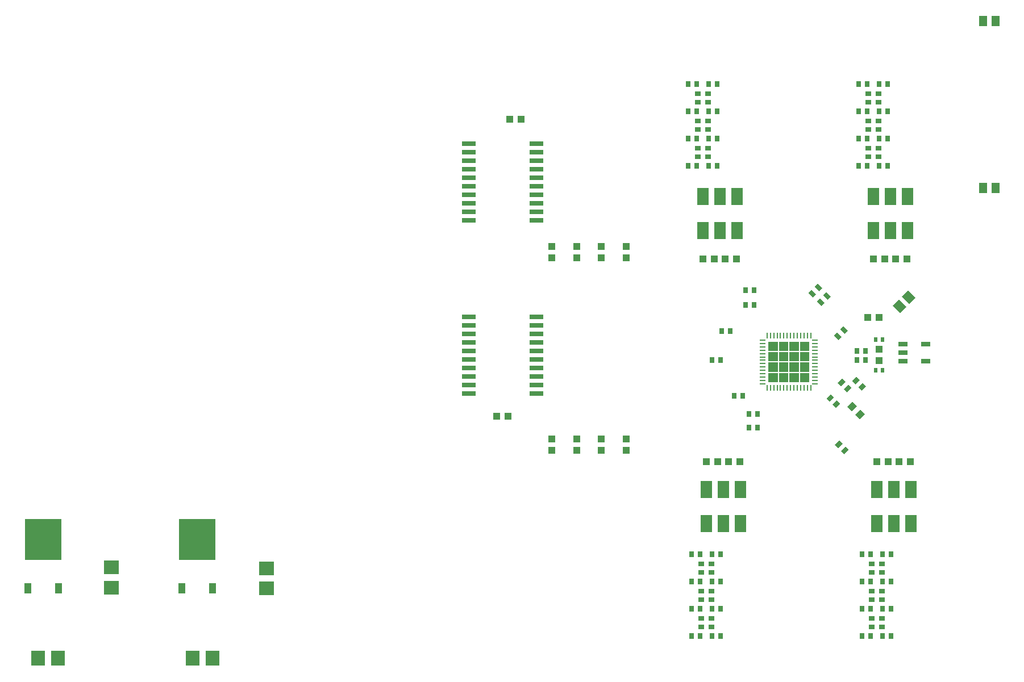
<source format=gbr>
G04 EAGLE Gerber RS-274X export*
G75*
%MOMM*%
%FSLAX34Y34*%
%LPD*%
%INSolderpaste Top*%
%IPPOS*%
%AMOC8*
5,1,8,0,0,1.08239X$1,22.5*%
G01*
%ADD10R,0.700000X0.900000*%
%ADD11R,1.300000X1.500000*%
%ADD12R,0.900000X0.700000*%
%ADD13R,1.397000X0.762000*%
%ADD14R,1.000000X1.100000*%
%ADD15R,1.100000X1.000000*%
%ADD16R,0.600000X0.700000*%
%ADD17R,1.651000X2.540000*%
%ADD18R,2.032000X0.660400*%
%ADD19R,0.203200X0.812800*%
%ADD20R,0.812800X0.203200*%
%ADD21R,5.400000X6.200000*%
%ADD22R,1.000000X1.600000*%
%ADD23R,2.000000X2.200000*%
%ADD24R,2.200000X2.000000*%

G36*
X1319294Y585456D02*
X1319294Y585456D01*
X1319296Y585455D01*
X1319339Y585475D01*
X1319383Y585493D01*
X1319383Y585495D01*
X1319385Y585496D01*
X1319418Y585581D01*
X1319418Y599202D01*
X1319417Y599204D01*
X1319418Y599206D01*
X1319398Y599249D01*
X1319380Y599293D01*
X1319378Y599293D01*
X1319377Y599295D01*
X1319292Y599328D01*
X1305671Y599328D01*
X1305669Y599327D01*
X1305667Y599328D01*
X1305624Y599308D01*
X1305580Y599290D01*
X1305580Y599288D01*
X1305578Y599287D01*
X1305545Y599202D01*
X1305545Y585581D01*
X1305546Y585579D01*
X1305545Y585577D01*
X1305565Y585534D01*
X1305583Y585490D01*
X1305585Y585490D01*
X1305586Y585488D01*
X1305671Y585455D01*
X1319292Y585455D01*
X1319294Y585456D01*
G37*
G36*
X1303673Y585456D02*
X1303673Y585456D01*
X1303675Y585455D01*
X1303718Y585475D01*
X1303762Y585493D01*
X1303762Y585495D01*
X1303764Y585496D01*
X1303797Y585581D01*
X1303797Y599202D01*
X1303796Y599204D01*
X1303797Y599206D01*
X1303777Y599249D01*
X1303759Y599293D01*
X1303757Y599293D01*
X1303756Y599295D01*
X1303671Y599328D01*
X1290050Y599328D01*
X1290048Y599327D01*
X1290046Y599328D01*
X1290003Y599308D01*
X1289959Y599290D01*
X1289959Y599288D01*
X1289957Y599287D01*
X1289924Y599202D01*
X1289924Y585581D01*
X1289925Y585579D01*
X1289924Y585577D01*
X1289944Y585534D01*
X1289962Y585490D01*
X1289964Y585490D01*
X1289965Y585488D01*
X1290050Y585455D01*
X1303671Y585455D01*
X1303673Y585456D01*
G37*
G36*
X1288052Y585456D02*
X1288052Y585456D01*
X1288054Y585455D01*
X1288097Y585475D01*
X1288141Y585493D01*
X1288141Y585495D01*
X1288143Y585496D01*
X1288176Y585581D01*
X1288176Y599202D01*
X1288175Y599204D01*
X1288176Y599206D01*
X1288156Y599249D01*
X1288138Y599293D01*
X1288136Y599293D01*
X1288135Y599295D01*
X1288050Y599328D01*
X1274429Y599328D01*
X1274427Y599327D01*
X1274425Y599328D01*
X1274382Y599308D01*
X1274338Y599290D01*
X1274338Y599288D01*
X1274336Y599287D01*
X1274303Y599202D01*
X1274303Y585581D01*
X1274304Y585579D01*
X1274303Y585577D01*
X1274323Y585534D01*
X1274341Y585490D01*
X1274343Y585490D01*
X1274344Y585488D01*
X1274429Y585455D01*
X1288050Y585455D01*
X1288052Y585456D01*
G37*
G36*
X1272431Y585456D02*
X1272431Y585456D01*
X1272433Y585455D01*
X1272476Y585475D01*
X1272520Y585493D01*
X1272520Y585495D01*
X1272522Y585496D01*
X1272555Y585581D01*
X1272555Y599202D01*
X1272554Y599204D01*
X1272555Y599206D01*
X1272535Y599249D01*
X1272517Y599293D01*
X1272515Y599293D01*
X1272514Y599295D01*
X1272429Y599328D01*
X1258808Y599328D01*
X1258806Y599327D01*
X1258804Y599328D01*
X1258761Y599308D01*
X1258717Y599290D01*
X1258717Y599288D01*
X1258715Y599287D01*
X1258682Y599202D01*
X1258682Y585581D01*
X1258683Y585579D01*
X1258682Y585577D01*
X1258702Y585534D01*
X1258720Y585490D01*
X1258722Y585490D01*
X1258723Y585488D01*
X1258808Y585455D01*
X1272429Y585455D01*
X1272431Y585456D01*
G37*
G36*
X1319294Y569835D02*
X1319294Y569835D01*
X1319296Y569834D01*
X1319339Y569854D01*
X1319383Y569872D01*
X1319383Y569874D01*
X1319385Y569875D01*
X1319418Y569960D01*
X1319418Y583581D01*
X1319417Y583583D01*
X1319418Y583585D01*
X1319398Y583628D01*
X1319380Y583672D01*
X1319378Y583672D01*
X1319377Y583674D01*
X1319292Y583707D01*
X1305671Y583707D01*
X1305669Y583706D01*
X1305667Y583707D01*
X1305624Y583687D01*
X1305580Y583669D01*
X1305580Y583667D01*
X1305578Y583666D01*
X1305545Y583581D01*
X1305545Y569960D01*
X1305546Y569958D01*
X1305545Y569956D01*
X1305565Y569913D01*
X1305583Y569869D01*
X1305585Y569869D01*
X1305586Y569867D01*
X1305671Y569834D01*
X1319292Y569834D01*
X1319294Y569835D01*
G37*
G36*
X1272431Y569835D02*
X1272431Y569835D01*
X1272433Y569834D01*
X1272476Y569854D01*
X1272520Y569872D01*
X1272520Y569874D01*
X1272522Y569875D01*
X1272555Y569960D01*
X1272555Y583581D01*
X1272554Y583583D01*
X1272555Y583585D01*
X1272535Y583628D01*
X1272517Y583672D01*
X1272515Y583672D01*
X1272514Y583674D01*
X1272429Y583707D01*
X1258808Y583707D01*
X1258806Y583706D01*
X1258804Y583707D01*
X1258761Y583687D01*
X1258717Y583669D01*
X1258717Y583667D01*
X1258715Y583666D01*
X1258682Y583581D01*
X1258682Y569960D01*
X1258683Y569958D01*
X1258682Y569956D01*
X1258702Y569913D01*
X1258720Y569869D01*
X1258722Y569869D01*
X1258723Y569867D01*
X1258808Y569834D01*
X1272429Y569834D01*
X1272431Y569835D01*
G37*
G36*
X1288052Y569835D02*
X1288052Y569835D01*
X1288054Y569834D01*
X1288097Y569854D01*
X1288141Y569872D01*
X1288141Y569874D01*
X1288143Y569875D01*
X1288176Y569960D01*
X1288176Y583581D01*
X1288175Y583583D01*
X1288176Y583585D01*
X1288156Y583628D01*
X1288138Y583672D01*
X1288136Y583672D01*
X1288135Y583674D01*
X1288050Y583707D01*
X1274429Y583707D01*
X1274427Y583706D01*
X1274425Y583707D01*
X1274382Y583687D01*
X1274338Y583669D01*
X1274338Y583667D01*
X1274336Y583666D01*
X1274303Y583581D01*
X1274303Y569960D01*
X1274304Y569958D01*
X1274303Y569956D01*
X1274323Y569913D01*
X1274341Y569869D01*
X1274343Y569869D01*
X1274344Y569867D01*
X1274429Y569834D01*
X1288050Y569834D01*
X1288052Y569835D01*
G37*
G36*
X1303673Y569835D02*
X1303673Y569835D01*
X1303675Y569834D01*
X1303718Y569854D01*
X1303762Y569872D01*
X1303762Y569874D01*
X1303764Y569875D01*
X1303797Y569960D01*
X1303797Y583581D01*
X1303796Y583583D01*
X1303797Y583585D01*
X1303777Y583628D01*
X1303759Y583672D01*
X1303757Y583672D01*
X1303756Y583674D01*
X1303671Y583707D01*
X1290050Y583707D01*
X1290048Y583706D01*
X1290046Y583707D01*
X1290003Y583687D01*
X1289959Y583669D01*
X1289959Y583667D01*
X1289957Y583666D01*
X1289924Y583581D01*
X1289924Y569960D01*
X1289925Y569958D01*
X1289924Y569956D01*
X1289944Y569913D01*
X1289962Y569869D01*
X1289964Y569869D01*
X1289965Y569867D01*
X1290050Y569834D01*
X1303671Y569834D01*
X1303673Y569835D01*
G37*
G36*
X1272431Y554214D02*
X1272431Y554214D01*
X1272433Y554213D01*
X1272476Y554233D01*
X1272520Y554251D01*
X1272520Y554253D01*
X1272522Y554254D01*
X1272555Y554339D01*
X1272555Y567960D01*
X1272554Y567962D01*
X1272555Y567964D01*
X1272535Y568007D01*
X1272517Y568051D01*
X1272515Y568051D01*
X1272514Y568053D01*
X1272429Y568086D01*
X1258808Y568086D01*
X1258806Y568085D01*
X1258804Y568086D01*
X1258761Y568066D01*
X1258717Y568048D01*
X1258717Y568046D01*
X1258715Y568045D01*
X1258682Y567960D01*
X1258682Y554339D01*
X1258683Y554337D01*
X1258682Y554335D01*
X1258702Y554292D01*
X1258720Y554248D01*
X1258722Y554248D01*
X1258723Y554246D01*
X1258808Y554213D01*
X1272429Y554213D01*
X1272431Y554214D01*
G37*
G36*
X1303673Y554214D02*
X1303673Y554214D01*
X1303675Y554213D01*
X1303718Y554233D01*
X1303762Y554251D01*
X1303762Y554253D01*
X1303764Y554254D01*
X1303797Y554339D01*
X1303797Y567960D01*
X1303796Y567962D01*
X1303797Y567964D01*
X1303777Y568007D01*
X1303759Y568051D01*
X1303757Y568051D01*
X1303756Y568053D01*
X1303671Y568086D01*
X1290050Y568086D01*
X1290048Y568085D01*
X1290046Y568086D01*
X1290003Y568066D01*
X1289959Y568048D01*
X1289959Y568046D01*
X1289957Y568045D01*
X1289924Y567960D01*
X1289924Y554339D01*
X1289925Y554337D01*
X1289924Y554335D01*
X1289944Y554292D01*
X1289962Y554248D01*
X1289964Y554248D01*
X1289965Y554246D01*
X1290050Y554213D01*
X1303671Y554213D01*
X1303673Y554214D01*
G37*
G36*
X1319294Y554214D02*
X1319294Y554214D01*
X1319296Y554213D01*
X1319339Y554233D01*
X1319383Y554251D01*
X1319383Y554253D01*
X1319385Y554254D01*
X1319418Y554339D01*
X1319418Y567960D01*
X1319417Y567962D01*
X1319418Y567964D01*
X1319398Y568007D01*
X1319380Y568051D01*
X1319378Y568051D01*
X1319377Y568053D01*
X1319292Y568086D01*
X1305671Y568086D01*
X1305669Y568085D01*
X1305667Y568086D01*
X1305624Y568066D01*
X1305580Y568048D01*
X1305580Y568046D01*
X1305578Y568045D01*
X1305545Y567960D01*
X1305545Y554339D01*
X1305546Y554337D01*
X1305545Y554335D01*
X1305565Y554292D01*
X1305583Y554248D01*
X1305585Y554248D01*
X1305586Y554246D01*
X1305671Y554213D01*
X1319292Y554213D01*
X1319294Y554214D01*
G37*
G36*
X1288052Y554214D02*
X1288052Y554214D01*
X1288054Y554213D01*
X1288097Y554233D01*
X1288141Y554251D01*
X1288141Y554253D01*
X1288143Y554254D01*
X1288176Y554339D01*
X1288176Y567960D01*
X1288175Y567962D01*
X1288176Y567964D01*
X1288156Y568007D01*
X1288138Y568051D01*
X1288136Y568051D01*
X1288135Y568053D01*
X1288050Y568086D01*
X1274429Y568086D01*
X1274427Y568085D01*
X1274425Y568086D01*
X1274382Y568066D01*
X1274338Y568048D01*
X1274338Y568046D01*
X1274336Y568045D01*
X1274303Y567960D01*
X1274303Y554339D01*
X1274304Y554337D01*
X1274303Y554335D01*
X1274323Y554292D01*
X1274341Y554248D01*
X1274343Y554248D01*
X1274344Y554246D01*
X1274429Y554213D01*
X1288050Y554213D01*
X1288052Y554214D01*
G37*
G36*
X1319294Y538593D02*
X1319294Y538593D01*
X1319296Y538592D01*
X1319339Y538612D01*
X1319383Y538630D01*
X1319383Y538632D01*
X1319385Y538633D01*
X1319418Y538718D01*
X1319418Y552339D01*
X1319417Y552341D01*
X1319418Y552343D01*
X1319398Y552386D01*
X1319380Y552430D01*
X1319378Y552430D01*
X1319377Y552432D01*
X1319292Y552465D01*
X1305671Y552465D01*
X1305669Y552464D01*
X1305667Y552465D01*
X1305624Y552445D01*
X1305580Y552427D01*
X1305580Y552425D01*
X1305578Y552424D01*
X1305545Y552339D01*
X1305545Y538718D01*
X1305546Y538716D01*
X1305545Y538714D01*
X1305565Y538671D01*
X1305583Y538627D01*
X1305585Y538627D01*
X1305586Y538625D01*
X1305671Y538592D01*
X1319292Y538592D01*
X1319294Y538593D01*
G37*
G36*
X1303673Y538593D02*
X1303673Y538593D01*
X1303675Y538592D01*
X1303718Y538612D01*
X1303762Y538630D01*
X1303762Y538632D01*
X1303764Y538633D01*
X1303797Y538718D01*
X1303797Y552339D01*
X1303796Y552341D01*
X1303797Y552343D01*
X1303777Y552386D01*
X1303759Y552430D01*
X1303757Y552430D01*
X1303756Y552432D01*
X1303671Y552465D01*
X1290050Y552465D01*
X1290048Y552464D01*
X1290046Y552465D01*
X1290003Y552445D01*
X1289959Y552427D01*
X1289959Y552425D01*
X1289957Y552424D01*
X1289924Y552339D01*
X1289924Y538718D01*
X1289925Y538716D01*
X1289924Y538714D01*
X1289944Y538671D01*
X1289962Y538627D01*
X1289964Y538627D01*
X1289965Y538625D01*
X1290050Y538592D01*
X1303671Y538592D01*
X1303673Y538593D01*
G37*
G36*
X1288052Y538593D02*
X1288052Y538593D01*
X1288054Y538592D01*
X1288097Y538612D01*
X1288141Y538630D01*
X1288141Y538632D01*
X1288143Y538633D01*
X1288176Y538718D01*
X1288176Y552339D01*
X1288175Y552341D01*
X1288176Y552343D01*
X1288156Y552386D01*
X1288138Y552430D01*
X1288136Y552430D01*
X1288135Y552432D01*
X1288050Y552465D01*
X1274429Y552465D01*
X1274427Y552464D01*
X1274425Y552465D01*
X1274382Y552445D01*
X1274338Y552427D01*
X1274338Y552425D01*
X1274336Y552424D01*
X1274303Y552339D01*
X1274303Y538718D01*
X1274304Y538716D01*
X1274303Y538714D01*
X1274323Y538671D01*
X1274341Y538627D01*
X1274343Y538627D01*
X1274344Y538625D01*
X1274429Y538592D01*
X1288050Y538592D01*
X1288052Y538593D01*
G37*
G36*
X1272431Y538593D02*
X1272431Y538593D01*
X1272433Y538592D01*
X1272476Y538612D01*
X1272520Y538630D01*
X1272520Y538632D01*
X1272522Y538633D01*
X1272555Y538718D01*
X1272555Y552339D01*
X1272554Y552341D01*
X1272555Y552343D01*
X1272535Y552386D01*
X1272517Y552430D01*
X1272515Y552430D01*
X1272514Y552432D01*
X1272429Y552465D01*
X1258808Y552465D01*
X1258806Y552464D01*
X1258804Y552465D01*
X1258761Y552445D01*
X1258717Y552427D01*
X1258717Y552425D01*
X1258715Y552424D01*
X1258682Y552339D01*
X1258682Y538718D01*
X1258683Y538716D01*
X1258682Y538714D01*
X1258702Y538671D01*
X1258720Y538627D01*
X1258722Y538627D01*
X1258723Y538625D01*
X1258808Y538592D01*
X1272429Y538592D01*
X1272431Y538593D01*
G37*
D10*
G36*
X1366805Y533102D02*
X1361856Y538051D01*
X1368219Y544414D01*
X1373168Y539465D01*
X1366805Y533102D01*
G37*
G36*
X1375997Y523910D02*
X1371048Y528859D01*
X1377411Y535222D01*
X1382360Y530273D01*
X1375997Y523910D01*
G37*
X1207620Y518160D03*
X1220620Y518160D03*
X1242210Y491490D03*
X1229210Y491490D03*
X1237130Y675640D03*
X1224130Y675640D03*
G36*
X1342180Y657637D02*
X1337231Y652688D01*
X1330868Y659051D01*
X1335817Y664000D01*
X1342180Y657637D01*
G37*
G36*
X1351372Y666829D02*
X1346423Y661880D01*
X1340060Y668243D01*
X1345009Y673192D01*
X1351372Y666829D01*
G37*
D11*
X1597000Y1076960D03*
X1578000Y1076960D03*
X1597000Y828040D03*
X1578000Y828040D03*
D10*
X1403500Y585470D03*
X1390500Y585470D03*
X1403500Y571500D03*
X1390500Y571500D03*
D11*
G36*
X1463935Y651451D02*
X1454743Y642259D01*
X1444137Y652865D01*
X1453329Y662057D01*
X1463935Y651451D01*
G37*
G36*
X1477371Y664887D02*
X1468179Y655695D01*
X1457573Y666301D01*
X1466765Y675493D01*
X1477371Y664887D01*
G37*
D12*
X1168400Y956160D03*
X1168400Y969160D03*
X1168400Y874880D03*
X1168400Y887880D03*
X1153160Y915520D03*
X1153160Y928520D03*
D10*
X1182520Y982980D03*
X1169520Y982980D03*
X1182515Y942462D03*
X1169515Y942462D03*
X1182520Y901700D03*
X1169520Y901700D03*
X1182520Y861060D03*
X1169520Y861060D03*
X1152040Y861060D03*
X1139040Y861060D03*
X1152040Y901700D03*
X1139040Y901700D03*
X1152040Y942340D03*
X1139040Y942340D03*
X1152040Y982980D03*
X1139040Y982980D03*
D12*
X1422400Y956160D03*
X1422400Y969160D03*
X1422400Y874880D03*
X1422400Y887880D03*
X1407160Y915520D03*
X1407160Y928520D03*
D10*
X1436520Y982980D03*
X1423520Y982980D03*
X1436520Y942340D03*
X1423520Y942340D03*
X1436520Y901700D03*
X1423520Y901700D03*
X1436520Y861060D03*
X1423520Y861060D03*
X1406040Y861060D03*
X1393040Y861060D03*
X1187600Y571500D03*
X1174600Y571500D03*
X1406040Y901700D03*
X1393040Y901700D03*
X1406040Y942340D03*
X1393040Y942340D03*
X1406040Y982980D03*
X1393040Y982980D03*
D12*
X1158240Y186840D03*
X1158240Y173840D03*
X1173480Y227480D03*
X1173480Y214480D03*
D10*
X1144120Y160020D03*
X1157120Y160020D03*
X1144120Y200660D03*
X1157120Y200660D03*
X1144120Y241300D03*
X1157120Y241300D03*
X1144120Y281940D03*
X1157120Y281940D03*
G36*
X1388395Y535642D02*
X1383446Y540591D01*
X1389809Y546954D01*
X1394758Y542005D01*
X1388395Y535642D01*
G37*
G36*
X1397587Y526450D02*
X1392638Y531399D01*
X1399001Y537762D01*
X1403950Y532813D01*
X1397587Y526450D01*
G37*
X1174600Y281940D03*
X1187600Y281940D03*
X1174600Y241300D03*
X1187600Y241300D03*
X1174600Y200660D03*
X1187600Y200660D03*
X1174600Y160020D03*
X1187600Y160020D03*
D12*
X1412240Y186840D03*
X1412240Y173840D03*
X1412240Y268120D03*
X1412240Y255120D03*
X1427480Y227480D03*
X1427480Y214480D03*
D10*
X1398120Y160020D03*
X1411120Y160020D03*
X1398120Y200660D03*
X1411120Y200660D03*
X1398120Y241300D03*
X1411120Y241300D03*
X1398120Y281940D03*
X1411120Y281940D03*
X1428600Y281940D03*
X1441600Y281940D03*
X1428600Y241300D03*
X1441600Y241300D03*
X1428600Y200660D03*
X1441600Y200660D03*
X1428600Y160020D03*
X1441600Y160020D03*
G36*
X1349787Y509734D02*
X1344838Y514683D01*
X1351201Y521046D01*
X1356150Y516097D01*
X1349787Y509734D01*
G37*
G36*
X1358979Y500542D02*
X1354030Y505491D01*
X1360393Y511854D01*
X1365342Y506905D01*
X1358979Y500542D01*
G37*
G36*
X1373093Y443020D02*
X1378042Y438071D01*
X1371679Y431708D01*
X1366730Y436657D01*
X1373093Y443020D01*
G37*
G36*
X1363901Y452212D02*
X1368850Y447263D01*
X1362487Y440900D01*
X1357538Y445849D01*
X1363901Y452212D01*
G37*
X1188570Y614680D03*
X1201570Y614680D03*
D13*
X1458595Y570230D03*
X1458595Y582930D03*
X1458595Y595630D03*
X1492885Y595630D03*
X1492885Y570230D03*
D12*
X1173480Y255120D03*
X1173480Y268120D03*
X1412240Y214480D03*
X1412240Y227480D03*
X1427480Y173840D03*
X1427480Y186840D03*
X1427480Y255120D03*
X1427480Y268120D03*
X1168400Y928520D03*
X1168400Y915520D03*
X1153160Y969160D03*
X1153160Y956160D03*
X1153160Y887880D03*
X1153160Y874880D03*
X1422400Y928520D03*
X1422400Y915520D03*
X1407160Y969160D03*
X1407160Y956160D03*
X1407160Y887880D03*
X1407160Y874880D03*
X1158240Y214480D03*
X1158240Y227480D03*
X1173480Y173840D03*
X1173480Y186840D03*
D14*
X1199270Y420370D03*
X1216270Y420370D03*
X1166250Y420370D03*
X1183250Y420370D03*
X1178170Y722630D03*
X1161170Y722630D03*
X1211190Y722630D03*
X1194190Y722630D03*
D15*
X1423670Y587620D03*
X1423670Y570620D03*
D16*
X1428670Y601980D03*
X1418670Y601980D03*
X1418670Y556260D03*
X1428670Y556260D03*
D14*
X1415170Y722630D03*
X1432170Y722630D03*
X1448190Y722630D03*
X1465190Y722630D03*
X1420391Y420407D03*
X1437391Y420407D03*
X1453270Y420370D03*
X1470270Y420370D03*
G36*
X1395489Y498238D02*
X1402560Y491167D01*
X1394783Y483390D01*
X1387712Y490461D01*
X1395489Y498238D01*
G37*
G36*
X1383469Y510258D02*
X1390540Y503187D01*
X1382763Y495410D01*
X1375692Y502481D01*
X1383469Y510258D01*
G37*
X1406280Y635000D03*
X1423280Y635000D03*
D17*
X1216660Y378460D03*
X1216660Y327660D03*
X1191260Y378460D03*
X1165860Y378460D03*
X1191260Y327660D03*
X1165860Y327660D03*
X1160780Y764540D03*
X1160780Y815340D03*
X1186180Y764540D03*
X1211580Y764540D03*
X1186180Y815340D03*
X1211580Y815340D03*
X1414780Y764540D03*
X1414780Y815340D03*
X1440180Y764540D03*
X1465580Y764540D03*
X1440180Y815340D03*
X1465580Y815340D03*
X1470660Y378460D03*
X1470660Y327660D03*
X1445260Y378460D03*
X1419860Y378460D03*
X1445260Y327660D03*
X1419860Y327660D03*
D18*
X812038Y894080D03*
X812038Y881380D03*
X812038Y868680D03*
X812038Y855980D03*
X812038Y843280D03*
X812038Y830580D03*
X812038Y817880D03*
X812038Y805180D03*
X912622Y805180D03*
X912622Y817880D03*
X912622Y830580D03*
X912622Y843280D03*
X912622Y855980D03*
X912622Y868680D03*
X912622Y881380D03*
X912622Y894080D03*
X812038Y792480D03*
X812038Y779780D03*
X912622Y792480D03*
X912622Y779780D03*
X812038Y636270D03*
X812038Y623570D03*
X812038Y610870D03*
X812038Y598170D03*
X812038Y585470D03*
X812038Y572770D03*
X812038Y560070D03*
X812038Y547370D03*
X912622Y547370D03*
X912622Y560070D03*
X912622Y572770D03*
X912622Y585470D03*
X912622Y598170D03*
X912622Y610870D03*
X912622Y623570D03*
X912622Y636270D03*
X812038Y534670D03*
X812038Y521970D03*
X912622Y534670D03*
X912622Y521970D03*
D12*
X1158240Y268120D03*
X1158240Y255120D03*
D19*
X1256550Y529971D03*
X1261550Y529971D03*
X1266550Y529971D03*
X1271550Y529971D03*
X1276550Y529971D03*
X1281550Y529971D03*
X1286550Y529971D03*
X1291550Y529971D03*
X1296550Y529971D03*
X1301550Y529971D03*
X1306550Y529971D03*
X1311550Y529971D03*
X1316550Y529971D03*
X1321550Y529971D03*
D20*
X1328039Y536460D03*
X1328039Y541460D03*
X1328039Y546460D03*
X1328039Y551460D03*
X1328039Y556460D03*
X1328039Y561460D03*
X1328039Y566460D03*
X1328039Y571460D03*
X1328039Y576460D03*
X1328039Y581460D03*
X1328039Y586460D03*
X1328039Y591460D03*
X1328039Y596460D03*
X1328039Y601460D03*
D19*
X1321550Y607949D03*
X1316550Y607949D03*
X1311550Y607949D03*
X1306550Y607949D03*
X1301550Y607949D03*
X1296550Y607949D03*
X1291550Y607949D03*
X1286550Y607949D03*
X1281550Y607949D03*
X1276550Y607949D03*
X1271550Y607949D03*
X1266550Y607949D03*
X1261550Y607949D03*
X1256550Y607949D03*
D20*
X1250061Y601460D03*
X1250061Y596460D03*
X1250061Y591460D03*
X1250061Y586460D03*
X1250061Y581460D03*
X1250061Y576460D03*
X1250061Y571460D03*
X1250061Y566460D03*
X1250061Y561460D03*
X1250061Y556460D03*
X1250061Y551460D03*
X1250061Y546460D03*
X1250061Y541460D03*
X1250061Y536460D03*
D15*
X1009650Y724290D03*
X1009650Y741290D03*
X972820Y724290D03*
X972820Y741290D03*
X935990Y724290D03*
X935990Y741290D03*
X1046480Y437270D03*
X1046480Y454270D03*
X972820Y437270D03*
X972820Y454270D03*
X935990Y437270D03*
X935990Y454270D03*
D21*
X177800Y304400D03*
D22*
X155000Y231400D03*
X200600Y231400D03*
D21*
X407670Y304400D03*
D22*
X384870Y231400D03*
X430470Y231400D03*
D23*
X200420Y127000D03*
X170420Y127000D03*
D24*
X279400Y262650D03*
X279400Y232650D03*
D23*
X430290Y127000D03*
X400290Y127000D03*
D24*
X510540Y261380D03*
X510540Y231380D03*
D15*
X1046480Y724290D03*
X1046480Y741290D03*
X870830Y487680D03*
X853830Y487680D03*
X889880Y930910D03*
X872880Y930910D03*
D10*
G36*
X1367580Y606837D02*
X1362631Y601888D01*
X1356268Y608251D01*
X1361217Y613200D01*
X1367580Y606837D01*
G37*
G36*
X1376772Y616029D02*
X1371823Y611080D01*
X1365460Y617443D01*
X1370409Y622392D01*
X1376772Y616029D01*
G37*
G36*
X1329480Y670337D02*
X1324531Y665388D01*
X1318168Y671751D01*
X1323117Y676700D01*
X1329480Y670337D01*
G37*
G36*
X1338672Y679529D02*
X1333723Y674580D01*
X1327360Y680943D01*
X1332309Y685892D01*
X1338672Y679529D01*
G37*
X1237130Y654050D03*
X1224130Y654050D03*
X1242210Y471170D03*
X1229210Y471170D03*
D15*
X1009650Y437270D03*
X1009650Y454270D03*
M02*

</source>
